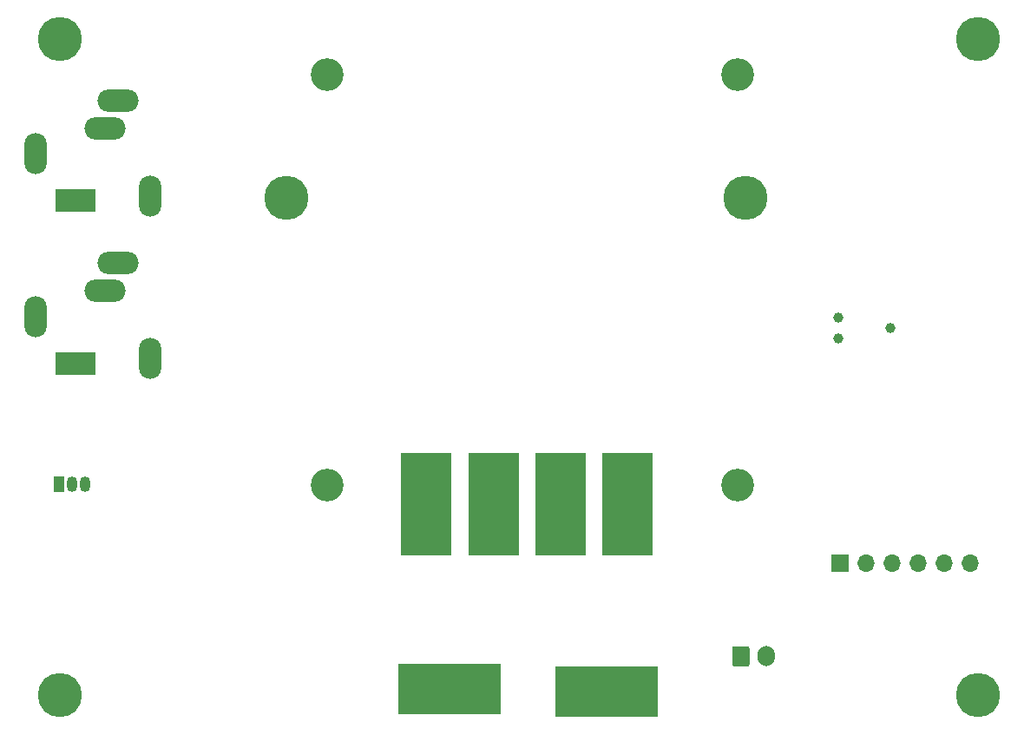
<source format=gbr>
%TF.GenerationSoftware,KiCad,Pcbnew,5.1.12-84ad8e8a86~92~ubuntu20.04.1*%
%TF.CreationDate,2021-11-15T21:49:07+01:00*%
%TF.ProjectId,incubator_bottom,696e6375-6261-4746-9f72-5f626f74746f,rev?*%
%TF.SameCoordinates,Original*%
%TF.FileFunction,Soldermask,Bot*%
%TF.FilePolarity,Negative*%
%FSLAX46Y46*%
G04 Gerber Fmt 4.6, Leading zero omitted, Abs format (unit mm)*
G04 Created by KiCad (PCBNEW 5.1.12-84ad8e8a86~92~ubuntu20.04.1) date 2021-11-15 21:49:07*
%MOMM*%
%LPD*%
G01*
G04 APERTURE LIST*
%ADD10C,4.300000*%
%ADD11R,10.000000X5.000000*%
%ADD12C,3.200000*%
%ADD13O,1.700000X1.700000*%
%ADD14R,1.700000X1.700000*%
%ADD15C,0.990600*%
%ADD16R,4.000000X2.200000*%
%ADD17O,2.200000X4.000000*%
%ADD18O,4.000000X2.200000*%
%ADD19O,1.050000X1.500000*%
%ADD20R,1.050000X1.500000*%
%ADD21O,1.700000X2.000000*%
%ADD22R,5.000000X10.000000*%
G04 APERTURE END LIST*
D10*
%TO.C,H4*%
X94742000Y5080000D03*
%TD*%
%TO.C,H3*%
X94742000Y69088000D03*
%TD*%
%TO.C,H2*%
X5207000Y5080000D03*
%TD*%
%TO.C,H1*%
X5207000Y69088000D03*
%TD*%
%TO.C,R7*%
X72057000Y53653000D03*
X27257000Y53653000D03*
%TD*%
D11*
%TO.C,J12*%
X43180000Y5715000D03*
%TD*%
%TO.C,J7*%
X58547000Y5461000D03*
%TD*%
D12*
%TO.C,H8*%
X71298000Y25603000D03*
%TD*%
%TO.C,H7*%
X71298000Y65659000D03*
%TD*%
%TO.C,H6*%
X31242000Y25603000D03*
%TD*%
%TO.C,H5*%
X31242000Y65659000D03*
%TD*%
D13*
%TO.C,J8*%
X94038000Y17968000D03*
X91498000Y17968000D03*
X88958000Y17968000D03*
X86418000Y17968000D03*
X83878000Y17968000D03*
D14*
X81338000Y17968000D03*
%TD*%
D15*
%TO.C,J2*%
X81153000Y39878000D03*
X81153000Y41910000D03*
X86233000Y40894000D03*
%TD*%
D16*
%TO.C,J5*%
X6731000Y37465000D03*
D17*
X14031000Y37965000D03*
D18*
X9631000Y44565000D03*
X10831000Y47265000D03*
D17*
X2831000Y42065000D03*
%TD*%
%TO.C,J6*%
X2831000Y57940000D03*
D18*
X10831000Y63140000D03*
X9631000Y60440000D03*
D17*
X14031000Y53840000D03*
D16*
X6731000Y53340000D03*
%TD*%
D19*
%TO.C,U2*%
X6350000Y25654000D03*
X7620000Y25654000D03*
D20*
X5080000Y25654000D03*
%TD*%
%TO.C,J1*%
G36*
G01*
X70778000Y8140000D02*
X70778000Y9640000D01*
G75*
G02*
X71028000Y9890000I250000J0D01*
G01*
X72228000Y9890000D01*
G75*
G02*
X72478000Y9640000I0J-250000D01*
G01*
X72478000Y8140000D01*
G75*
G02*
X72228000Y7890000I-250000J0D01*
G01*
X71028000Y7890000D01*
G75*
G02*
X70778000Y8140000I0J250000D01*
G01*
G37*
D21*
X74128000Y8890000D03*
%TD*%
D22*
%TO.C,J4*%
X47497999Y23736000D03*
%TD*%
%TO.C,J9*%
X40947999Y23736000D03*
%TD*%
%TO.C,J10*%
X54047999Y23736000D03*
%TD*%
%TO.C,J11*%
X60597999Y23736000D03*
%TD*%
M02*

</source>
